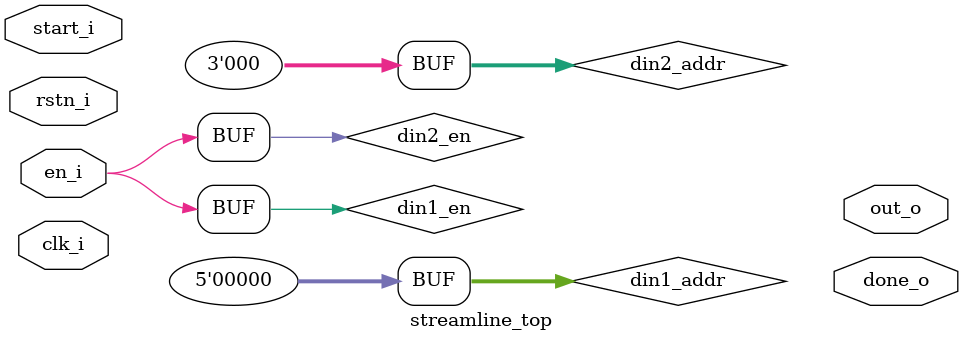
<source format=v>
`timescale 1 ns / 1 ps

module streamline_top(
    input wire clk_i,
    input wire rstn_i, 
    input wire start_i, 
    input wire en_i,
    
    output wire done_o,
    output wire [63:0] out_o
    );
    //cei l log2 2^3 => 3bit address
    wire    [4:0]               din1_addr = 0;
    wire                        din1_en;
    wire    [16320:0]              din1_data;
    
    wire    [2:0]               din2_addr = 0;
    wire                        din2_en;
    wire    [7:0]               din2_data;
    
    wire    [31:0]              temp_w [7:0];
    wire    [31:0]              temp2_w [7:0];
    wire    [7:0]               temp2_i[7:0];
    
    wire    clear;
    assign clear = ~rstn_i;
    assign din1_en = en_i;
    assign din2_en = en_i;
    
    
    single_port_bram #(
    .WIDTH(262144), // 64 * 256 *16
    .DEPTH(1),
    .INIT_FILE("C:\\Users\\ivyre\\Vivado\\fixed_point_W2_hex.txt")
    ) din1_bram( 
    .clk                    (clk_i), 
    .en                     (din1_en), 
    .wen                    (),  //not used
    .addr                   (din1_addr), 
    .din                    (), //not used
    .dout                   (din1_data) 
    );
    single_port_bram #(
    .WIDTH(4096),   //16*256
    .DEPTH(32), //5:0
    .INIT_FILE("C:\\Users\\ivyre\\Vivado\\layer2_output.txt")
    )din2_bram( 
    .clk                    (clk_i), 
    .en                     (din2_en), 
    .wen                    (), //not used
    .addr                   (din2_addr), 
    .din                    (), //not used
    .dout                   (din2_data) 
    );
endmodule


</source>
